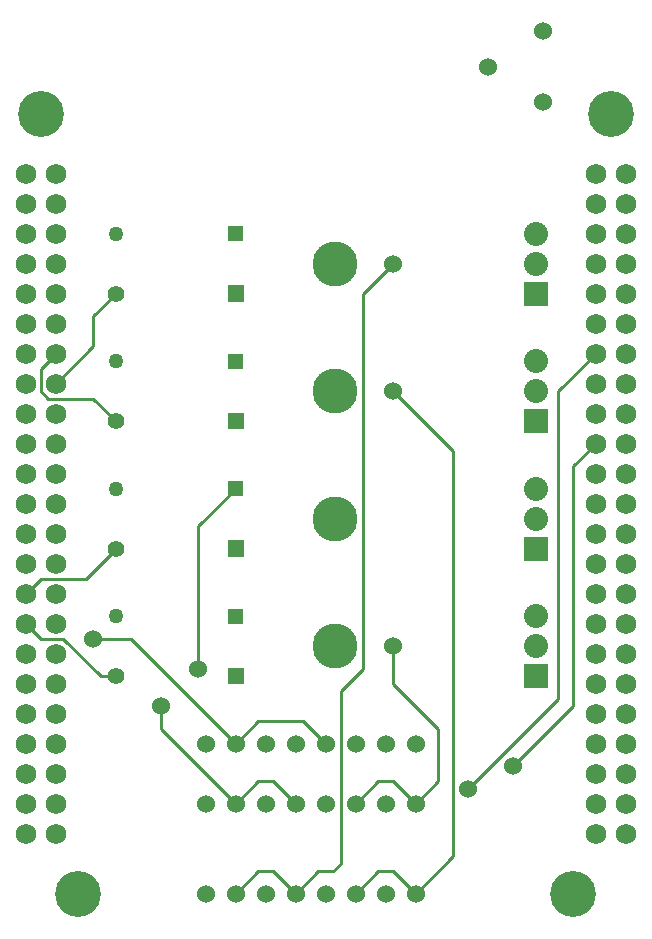
<source format=gbr>
G04 start of page 2 for group 0 idx 0 *
G04 Title: (unknown), top *
G04 Creator: pcb 4.0.2 *
G04 CreationDate: Fri Mar 27 01:18:50 2020 UTC *
G04 For: kevin *
G04 Format: Gerber/RS-274X *
G04 PCB-Dimensions (mil): 6000.00 5000.00 *
G04 PCB-Coordinate-Origin: lower left *
%MOIN*%
%FSLAX25Y25*%
%LNTOP*%
%ADD25C,0.1250*%
%ADD24C,0.0410*%
%ADD23C,0.1300*%
%ADD22C,0.0200*%
%ADD21C,0.0300*%
%ADD20C,0.0350*%
%ADD19C,0.1530*%
%ADD18C,0.0800*%
%ADD17C,0.0600*%
%ADD16C,0.0690*%
%ADD15C,0.1500*%
%ADD14C,0.0500*%
%ADD13C,0.0550*%
%ADD12C,0.0001*%
%ADD11C,0.0110*%
G54D11*X210000Y190000D02*X202500Y182500D01*
Y102500D01*
X210000Y220000D02*X197500Y207500D01*
Y105000D01*
X142500Y77500D02*X150000Y70000D01*
X202500Y102500D02*X182500Y82500D01*
X197500Y105000D02*X167500Y75000D01*
X150000Y70000D02*X157500Y77500D01*
Y95000D01*
X162500Y52500D02*Y187500D01*
X157500Y95000D02*X142500Y110000D01*
X110000Y70000D02*X102500Y77500D01*
X97500D01*
X130000Y70000D02*X137500Y77500D01*
X90000Y70000D02*X65000Y95000D01*
Y102500D01*
X90000Y40000D02*X97500Y47500D01*
X102500D01*
X110000Y40000D01*
X97500Y77500D02*X90000Y70000D01*
X137500Y77500D02*X142500D01*
X125000Y50000D02*Y107500D01*
X150000Y40000D02*X142500Y47500D01*
X137500D02*X130000Y40000D01*
X110000D02*X117500Y47500D01*
X122500D01*
X142500D02*X137500D01*
X122500D02*X125000Y50000D01*
X150000Y40000D02*X162500Y52500D01*
Y187500D02*X142500Y207500D01*
X132500Y115000D02*Y240000D01*
X142500Y250000D01*
Y110000D02*Y122500D01*
X90000Y90000D02*X97500Y97500D01*
X112500D01*
X120000Y90000D01*
X125000Y107500D02*X132500Y115000D01*
X90000Y90000D02*X55000Y125000D01*
X50000Y240000D02*X42500Y232500D01*
Y205000D02*X50000Y197500D01*
X42500Y232500D02*Y222500D01*
X30000Y210000D02*X42500Y222500D01*
X30000Y220000D02*X25000Y215000D01*
Y207500D01*
X27500Y205000D01*
X42500D01*
X20000Y140000D02*X25000Y145000D01*
X20000Y130000D02*X25000Y125000D01*
X32500D01*
X45000Y112500D01*
X50000D01*
X25000Y145000D02*X40000D01*
X50000Y155000D01*
X90000Y175000D02*X77500Y162500D01*
X55000Y125000D02*X42500D01*
X77500Y162500D02*Y115000D01*
G54D12*G36*
X87250Y242750D02*Y237250D01*
X92750D01*
Y242750D01*
X87250D01*
G37*
G54D13*X50000Y240000D03*
G54D12*G36*
X87500Y262500D02*Y257500D01*
X92500D01*
Y262500D01*
X87500D01*
G37*
G54D14*X50000Y260000D03*
G54D12*G36*
X87250Y200250D02*Y194750D01*
X92750D01*
Y200250D01*
X87250D01*
G37*
G36*
X87500Y177500D02*Y172500D01*
X92500D01*
Y177500D01*
X87500D01*
G37*
G36*
X87250Y157750D02*Y152250D01*
X92750D01*
Y157750D01*
X87250D01*
G37*
G36*
X87500Y220000D02*Y215000D01*
X92500D01*
Y220000D01*
X87500D01*
G37*
G54D15*X123000Y165000D03*
Y207500D03*
G54D16*X30000Y280000D03*
X20000D03*
Y270000D03*
Y260000D03*
Y250000D03*
Y240000D03*
Y230000D03*
Y220000D03*
X30000Y270000D03*
Y260000D03*
Y250000D03*
Y240000D03*
Y230000D03*
Y220000D03*
G54D13*X50000Y197500D03*
G54D14*Y175000D03*
G54D13*Y155000D03*
G54D14*Y217500D03*
G54D16*X20000Y210000D03*
X30000D03*
Y200000D03*
Y190000D03*
Y180000D03*
X20000Y200000D03*
Y190000D03*
Y180000D03*
Y170000D03*
Y160000D03*
Y150000D03*
Y140000D03*
X30000Y170000D03*
Y160000D03*
Y150000D03*
Y140000D03*
G54D17*X150000Y90000D03*
G54D12*G36*
X186000Y159000D02*Y151000D01*
X194000D01*
Y159000D01*
X186000D01*
G37*
G54D18*X190000Y165000D03*
G54D12*G36*
X186000Y116500D02*Y108500D01*
X194000D01*
Y116500D01*
X186000D01*
G37*
G54D18*X190000Y122500D03*
Y132500D03*
G54D12*G36*
X87500Y135000D02*Y130000D01*
X92500D01*
Y135000D01*
X87500D01*
G37*
G36*
X87250Y115250D02*Y109750D01*
X92750D01*
Y115250D01*
X87250D01*
G37*
G54D14*X50000Y132500D03*
G54D13*Y112500D03*
G54D15*X123000Y122500D03*
G54D16*X20000Y130000D03*
X30000D03*
Y120000D03*
Y110000D03*
Y100000D03*
X20000Y120000D03*
Y110000D03*
Y100000D03*
G54D12*G36*
X186000Y244000D02*Y236000D01*
X194000D01*
Y244000D01*
X186000D01*
G37*
G54D18*X190000Y250000D03*
Y260000D03*
G54D15*X123000Y250000D03*
G54D17*X173996Y315689D03*
X192500Y303878D03*
Y327500D03*
G54D16*X210000Y270000D03*
G54D19*X25000Y300000D03*
X215000D03*
G54D16*X210000Y280000D03*
G54D17*X80000Y90000D03*
X90000D03*
X100000D03*
X120000Y40000D03*
X130000D03*
X110000D03*
X100000D03*
X90000D03*
X80000D03*
X110000Y70000D03*
X100000D03*
X90000D03*
X80000D03*
G54D16*X30000Y60000D03*
Y70000D03*
G54D19*X37500Y40000D03*
G54D16*X20000Y60000D03*
Y70000D03*
Y90000D03*
Y80000D03*
X30000Y90000D03*
Y80000D03*
G54D17*X110000Y90000D03*
X120000D03*
X130000D03*
X140000D03*
X150000Y40000D03*
Y70000D03*
X140000Y40000D03*
X120000Y70000D03*
X140000D03*
X130000D03*
G54D16*X210000Y60000D03*
Y90000D03*
Y80000D03*
Y70000D03*
G54D19*X202500Y40000D03*
G54D16*X220000Y60000D03*
Y70000D03*
Y80000D03*
Y90000D03*
G54D18*X190000Y175000D03*
G54D12*G36*
X186000Y201500D02*Y193500D01*
X194000D01*
Y201500D01*
X186000D01*
G37*
G54D18*X190000Y207500D03*
Y217500D03*
G54D16*X220000Y280000D03*
Y260000D03*
Y250000D03*
Y270000D03*
X210000Y260000D03*
Y250000D03*
Y240000D03*
Y230000D03*
Y220000D03*
Y210000D03*
Y200000D03*
X220000Y180000D03*
Y190000D03*
Y200000D03*
Y210000D03*
Y220000D03*
Y230000D03*
Y240000D03*
X210000Y190000D03*
Y180000D03*
Y170000D03*
Y160000D03*
X220000Y140000D03*
Y150000D03*
Y160000D03*
Y170000D03*
X210000Y150000D03*
Y140000D03*
Y130000D03*
Y120000D03*
Y110000D03*
X220000D03*
X210000Y100000D03*
X220000D03*
Y120000D03*
Y130000D03*
G54D17*X142500Y122500D03*
Y207500D03*
X42500Y125000D03*
X142500Y250000D03*
X77500Y115000D03*
X182500Y82500D03*
X167500Y75000D03*
X65000Y102500D03*
G54D20*G54D21*G54D22*G54D21*G54D22*G54D21*G54D22*G54D23*G54D24*G54D21*G54D22*G54D21*G54D22*G54D24*G54D20*G54D17*G54D22*G54D21*G54D22*G54D21*G54D23*G54D24*G54D17*G54D23*G54D20*G54D24*G54D25*G54D24*G54D20*G54D24*G54D25*G54D24*G54D20*G54D24*G54D25*G54D24*G54D17*G54D24*M02*

</source>
